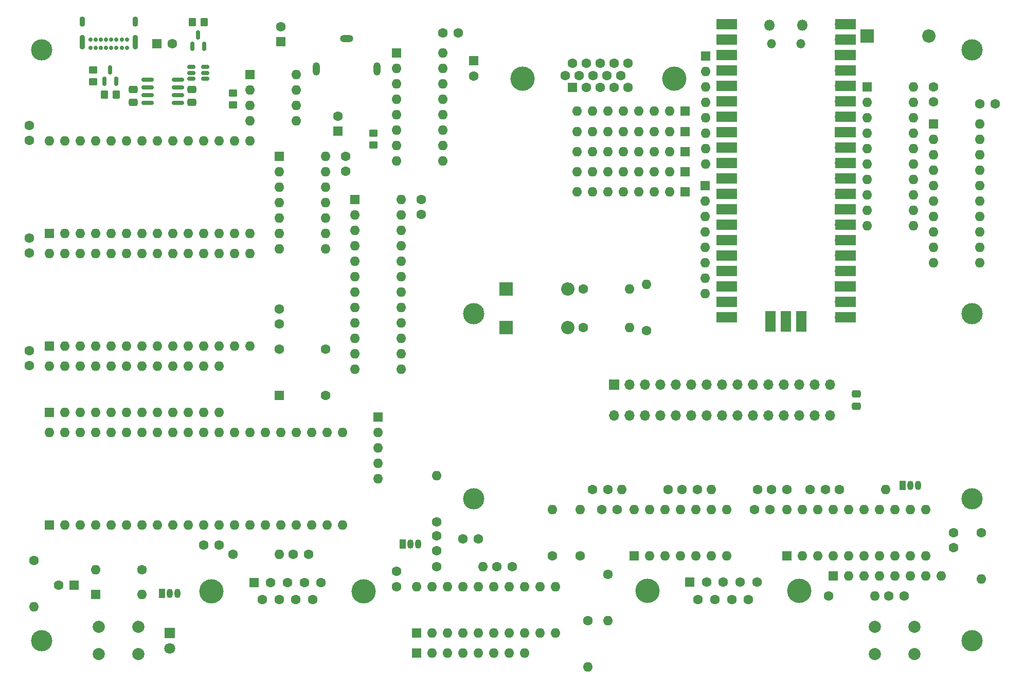
<source format=gbr>
%TF.GenerationSoftware,KiCad,Pcbnew,7.0.2-0*%
%TF.CreationDate,2024-12-21T14:01:23-08:00*%
%TF.ProjectId,CoPicoVision,436f5069-636f-4566-9973-696f6e2e6b69,0.2*%
%TF.SameCoordinates,Original*%
%TF.FileFunction,Soldermask,Top*%
%TF.FilePolarity,Negative*%
%FSLAX46Y46*%
G04 Gerber Fmt 4.6, Leading zero omitted, Abs format (unit mm)*
G04 Created by KiCad (PCBNEW 7.0.2-0) date 2024-12-21 14:01:23*
%MOMM*%
%LPD*%
G01*
G04 APERTURE LIST*
G04 Aperture macros list*
%AMRoundRect*
0 Rectangle with rounded corners*
0 $1 Rounding radius*
0 $2 $3 $4 $5 $6 $7 $8 $9 X,Y pos of 4 corners*
0 Add a 4 corners polygon primitive as box body*
4,1,4,$2,$3,$4,$5,$6,$7,$8,$9,$2,$3,0*
0 Add four circle primitives for the rounded corners*
1,1,$1+$1,$2,$3*
1,1,$1+$1,$4,$5*
1,1,$1+$1,$6,$7*
1,1,$1+$1,$8,$9*
0 Add four rect primitives between the rounded corners*
20,1,$1+$1,$2,$3,$4,$5,0*
20,1,$1+$1,$4,$5,$6,$7,0*
20,1,$1+$1,$6,$7,$8,$9,0*
20,1,$1+$1,$8,$9,$2,$3,0*%
G04 Aperture macros list end*
%ADD10RoundRect,0.250000X-0.450000X0.350000X-0.450000X-0.350000X0.450000X-0.350000X0.450000X0.350000X0*%
%ADD11R,2.200000X2.200000*%
%ADD12O,2.200000X2.200000*%
%ADD13C,1.600000*%
%ADD14O,1.800000X1.800000*%
%ADD15O,1.500000X1.500000*%
%ADD16O,1.700000X1.700000*%
%ADD17R,3.500000X1.700000*%
%ADD18R,1.700000X1.700000*%
%ADD19R,1.700000X3.500000*%
%ADD20RoundRect,0.150000X-0.825000X-0.150000X0.825000X-0.150000X0.825000X0.150000X-0.825000X0.150000X0*%
%ADD21O,1.600000X1.600000*%
%ADD22R,1.050000X1.500000*%
%ADD23O,1.050000X1.500000*%
%ADD24R,1.600000X1.600000*%
%ADD25C,2.000000*%
%ADD26RoundRect,0.250000X0.475000X-0.337500X0.475000X0.337500X-0.475000X0.337500X-0.475000X-0.337500X0*%
%ADD27RoundRect,0.150000X0.150000X-0.587500X0.150000X0.587500X-0.150000X0.587500X-0.150000X-0.587500X0*%
%ADD28C,3.500000*%
%ADD29O,1.200000X2.200000*%
%ADD30O,2.200000X1.200000*%
%ADD31C,0.700000*%
%ADD32O,0.900000X2.400000*%
%ADD33O,0.900000X1.700000*%
%ADD34RoundRect,0.250000X0.350000X0.450000X-0.350000X0.450000X-0.350000X-0.450000X0.350000X-0.450000X0*%
%ADD35C,4.000000*%
%ADD36RoundRect,0.150000X-0.512500X-0.150000X0.512500X-0.150000X0.512500X0.150000X-0.512500X0.150000X0*%
%ADD37RoundRect,0.250000X0.450000X-0.350000X0.450000X0.350000X-0.450000X0.350000X-0.450000X-0.350000X0*%
%ADD38RoundRect,0.250000X-0.475000X0.337500X-0.475000X-0.337500X0.475000X-0.337500X0.475000X0.337500X0*%
%ADD39R,1.800000X1.800000*%
%ADD40C,1.800000*%
G04 APERTURE END LIST*
D10*
%TO.C,R501*%
X102108000Y-57928000D03*
X102108000Y-59928000D03*
%TD*%
D11*
%TO.C,D401*%
X123952000Y-83566000D03*
D12*
X134112000Y-83566000D03*
%TD*%
D13*
%TO.C,C413*%
X138196000Y-116586000D03*
X140696000Y-116586000D03*
%TD*%
D14*
%TO.C,U301*%
X167316000Y-40150000D03*
D15*
X167616000Y-43180000D03*
X172466000Y-43180000D03*
D14*
X172766000Y-40150000D03*
D16*
X161151000Y-40020000D03*
D17*
X160251000Y-40020000D03*
D16*
X161151000Y-42560000D03*
D17*
X160251000Y-42560000D03*
D18*
X161151000Y-45100000D03*
D17*
X160251000Y-45100000D03*
D16*
X161151000Y-47640000D03*
D17*
X160251000Y-47640000D03*
D16*
X161151000Y-50180000D03*
D17*
X160251000Y-50180000D03*
D16*
X161151000Y-52720000D03*
D17*
X160251000Y-52720000D03*
D16*
X161151000Y-55260000D03*
D17*
X160251000Y-55260000D03*
D18*
X161151000Y-57800000D03*
D17*
X160251000Y-57800000D03*
D16*
X161151000Y-60340000D03*
D17*
X160251000Y-60340000D03*
D16*
X161151000Y-62880000D03*
D17*
X160251000Y-62880000D03*
D16*
X161151000Y-65420000D03*
D17*
X160251000Y-65420000D03*
D16*
X161151000Y-67960000D03*
D17*
X160251000Y-67960000D03*
D18*
X161151000Y-70500000D03*
D17*
X160251000Y-70500000D03*
D16*
X161151000Y-73040000D03*
D17*
X160251000Y-73040000D03*
D16*
X161151000Y-75580000D03*
D17*
X160251000Y-75580000D03*
D16*
X161151000Y-78120000D03*
D17*
X160251000Y-78120000D03*
D16*
X161151000Y-80660000D03*
D17*
X160251000Y-80660000D03*
D18*
X161151000Y-83200000D03*
D17*
X160251000Y-83200000D03*
D16*
X161151000Y-85740000D03*
D17*
X160251000Y-85740000D03*
D16*
X161151000Y-88280000D03*
D17*
X160251000Y-88280000D03*
D16*
X178931000Y-88280000D03*
D17*
X179831000Y-88280000D03*
D16*
X178931000Y-85740000D03*
D17*
X179831000Y-85740000D03*
D18*
X178931000Y-83200000D03*
D17*
X179831000Y-83200000D03*
D16*
X178931000Y-80660000D03*
D17*
X179831000Y-80660000D03*
D16*
X178931000Y-78120000D03*
D17*
X179831000Y-78120000D03*
D16*
X178931000Y-75580000D03*
D17*
X179831000Y-75580000D03*
D16*
X178931000Y-73040000D03*
D17*
X179831000Y-73040000D03*
D18*
X178931000Y-70500000D03*
D17*
X179831000Y-70500000D03*
D16*
X178931000Y-67960000D03*
D17*
X179831000Y-67960000D03*
D16*
X178931000Y-65420000D03*
D17*
X179831000Y-65420000D03*
D16*
X178931000Y-62880000D03*
D17*
X179831000Y-62880000D03*
D16*
X178931000Y-60340000D03*
D17*
X179831000Y-60340000D03*
D18*
X178931000Y-57800000D03*
D17*
X179831000Y-57800000D03*
D16*
X178931000Y-55260000D03*
D17*
X179831000Y-55260000D03*
D16*
X178931000Y-52720000D03*
D17*
X179831000Y-52720000D03*
D16*
X178931000Y-50180000D03*
D17*
X179831000Y-50180000D03*
D16*
X178931000Y-47640000D03*
D17*
X179831000Y-47640000D03*
D18*
X178931000Y-45100000D03*
D17*
X179831000Y-45100000D03*
D16*
X178931000Y-42560000D03*
D17*
X179831000Y-42560000D03*
D16*
X178931000Y-40020000D03*
D17*
X179831000Y-40020000D03*
D16*
X167501000Y-88050000D03*
D19*
X167501000Y-88950000D03*
D18*
X170041000Y-88050000D03*
D19*
X170041000Y-88950000D03*
D16*
X172581000Y-88050000D03*
D19*
X172581000Y-88950000D03*
%TD*%
D20*
%TO.C,U104*%
X64967500Y-49149000D03*
X64967500Y-50419000D03*
X64967500Y-51689000D03*
X64967500Y-52959000D03*
X69917500Y-52959000D03*
X69917500Y-51689000D03*
X69917500Y-50419000D03*
X69917500Y-49149000D03*
%TD*%
D13*
%TO.C,R104*%
X64008000Y-129794000D03*
D21*
X56388000Y-129794000D03*
%TD*%
D13*
%TO.C,C202*%
X45466000Y-96246000D03*
X45466000Y-93746000D03*
%TD*%
D22*
%TO.C,Q402*%
X189230000Y-115930000D03*
D23*
X190500000Y-115930000D03*
X191770000Y-115930000D03*
%TD*%
D24*
%TO.C,U302*%
X183388000Y-50297000D03*
D21*
X183388000Y-52837000D03*
X183388000Y-55377000D03*
X183388000Y-57917000D03*
X183388000Y-60457000D03*
X183388000Y-62997000D03*
X183388000Y-65537000D03*
X183388000Y-68077000D03*
X183388000Y-70617000D03*
X183388000Y-73157000D03*
X191008000Y-73157000D03*
X191008000Y-70617000D03*
X191008000Y-68077000D03*
X191008000Y-65537000D03*
X191008000Y-62997000D03*
X191008000Y-60457000D03*
X191008000Y-57917000D03*
X191008000Y-55377000D03*
X191008000Y-52837000D03*
X191008000Y-50297000D03*
%TD*%
D25*
%TO.C,SW102*%
X56948000Y-139228000D03*
X63448000Y-139228000D03*
X56948000Y-143728000D03*
X63448000Y-143728000D03*
%TD*%
D26*
%TO.C,C107*%
X72268500Y-52853500D03*
X72268500Y-50778500D03*
%TD*%
D13*
%TO.C,C302*%
X201950000Y-53086000D03*
X204450000Y-53086000D03*
%TD*%
D24*
%TO.C,U103*%
X86614000Y-61717000D03*
D21*
X86614000Y-64257000D03*
X86614000Y-66797000D03*
X86614000Y-69337000D03*
X86614000Y-71877000D03*
X86614000Y-74417000D03*
X86614000Y-76957000D03*
X94234000Y-76957000D03*
X94234000Y-74417000D03*
X94234000Y-71877000D03*
X94234000Y-69337000D03*
X94234000Y-66797000D03*
X94234000Y-64257000D03*
X94234000Y-61717000D03*
%TD*%
D24*
%TO.C,D101*%
X56388000Y-133858000D03*
D21*
X64008000Y-133858000D03*
%TD*%
D27*
%TO.C,Q101*%
X72334500Y-43609500D03*
X74234500Y-43609500D03*
X73284500Y-41734500D03*
%TD*%
D24*
%TO.C,RN101*%
X102870000Y-104648000D03*
D21*
X102870000Y-107188000D03*
X102870000Y-109728000D03*
X102870000Y-112268000D03*
X102870000Y-114808000D03*
%TD*%
D13*
%TO.C,R411*%
X178816000Y-116586000D03*
D21*
X186436000Y-116586000D03*
%TD*%
D24*
%TO.C,C503*%
X96266000Y-57618000D03*
D13*
X96266000Y-55118000D03*
%TD*%
D24*
%TO.C,U401*%
X109220000Y-140208000D03*
D21*
X111760000Y-140208000D03*
X114300000Y-140208000D03*
X116840000Y-140208000D03*
X119380000Y-140208000D03*
X121920000Y-140208000D03*
X124460000Y-140208000D03*
X127000000Y-140208000D03*
X129540000Y-140208000D03*
X132080000Y-140208000D03*
X132080000Y-132588000D03*
X129540000Y-132588000D03*
X127000000Y-132588000D03*
X124460000Y-132588000D03*
X121920000Y-132588000D03*
X119380000Y-132588000D03*
X116840000Y-132588000D03*
X114300000Y-132588000D03*
X111760000Y-132588000D03*
X109220000Y-132588000D03*
%TD*%
D24*
%TO.C,RN306*%
X153416000Y-60960000D03*
D21*
X150876000Y-60960000D03*
X148336000Y-60960000D03*
X145796000Y-60960000D03*
X143256000Y-60960000D03*
X140716000Y-60960000D03*
X138176000Y-60960000D03*
X135636000Y-60960000D03*
%TD*%
D13*
%TO.C,R406*%
X165354000Y-116586000D03*
D21*
X157734000Y-116586000D03*
%TD*%
D13*
%TO.C,C201*%
X109982000Y-68854000D03*
X109982000Y-71354000D03*
%TD*%
D24*
%TO.C,U403*%
X145034000Y-127498000D03*
D21*
X147574000Y-127498000D03*
X150114000Y-127498000D03*
X152654000Y-127498000D03*
X155194000Y-127498000D03*
X157734000Y-127498000D03*
X160274000Y-127498000D03*
X160274000Y-119878000D03*
X157734000Y-119878000D03*
X155194000Y-119878000D03*
X152654000Y-119878000D03*
X150114000Y-119878000D03*
X147574000Y-119878000D03*
X145034000Y-119878000D03*
%TD*%
D28*
%TO.C,H108*%
X200660000Y-118110000D03*
%TD*%
D24*
%TO.C,RN401*%
X109220000Y-143510000D03*
D21*
X111760000Y-143510000D03*
X114300000Y-143510000D03*
X116840000Y-143510000D03*
X119380000Y-143510000D03*
X121920000Y-143510000D03*
X124460000Y-143510000D03*
X127000000Y-143510000D03*
%TD*%
D13*
%TO.C,C412*%
X122448000Y-129286000D03*
X124948000Y-129286000D03*
%TD*%
D24*
%TO.C,RN301*%
X153416000Y-57658000D03*
D21*
X150876000Y-57658000D03*
X148336000Y-57658000D03*
X145796000Y-57658000D03*
X143256000Y-57658000D03*
X140716000Y-57658000D03*
X138176000Y-57658000D03*
X135636000Y-57658000D03*
%TD*%
D18*
%TO.C,J102*%
X141732000Y-99330000D03*
D16*
X141732000Y-104410000D03*
X144272000Y-99330000D03*
X144272000Y-104410000D03*
X146812000Y-99330000D03*
X146812000Y-104410000D03*
X149352000Y-99330000D03*
X149352000Y-104410000D03*
X151892000Y-99330000D03*
X151892000Y-104410000D03*
X154432000Y-99330000D03*
X154432000Y-104410000D03*
X156972000Y-99330000D03*
X156972000Y-104410000D03*
X159512000Y-99330000D03*
X159512000Y-104410000D03*
X162052000Y-99330000D03*
X162052000Y-104410000D03*
X164592000Y-99330000D03*
X164592000Y-104410000D03*
X167132000Y-99330000D03*
X167132000Y-104410000D03*
X169672000Y-99330000D03*
X169672000Y-104410000D03*
X172212000Y-99330000D03*
X172212000Y-104410000D03*
X174752000Y-99330000D03*
X174752000Y-104410000D03*
X177292000Y-99330000D03*
X177292000Y-104410000D03*
%TD*%
D13*
%TO.C,C403*%
X142220000Y-119888000D03*
X139720000Y-119888000D03*
%TD*%
%TO.C,C203*%
X45466000Y-77704000D03*
X45466000Y-75204000D03*
%TD*%
%TO.C,R401*%
X140716000Y-130556000D03*
D21*
X140716000Y-138176000D03*
%TD*%
D29*
%TO.C,J501*%
X102710000Y-47352600D03*
D30*
X97710000Y-42352600D03*
D29*
X92710000Y-47352600D03*
%TD*%
D28*
%TO.C,H104*%
X200660000Y-141478000D03*
%TD*%
D13*
%TO.C,C301*%
X194310000Y-50312000D03*
X194310000Y-52812000D03*
%TD*%
D31*
%TO.C,J101*%
X61527500Y-43903000D03*
X60677500Y-43903000D03*
X59827500Y-43903000D03*
X58977500Y-43903000D03*
X58127500Y-43903000D03*
X57277500Y-43903000D03*
X56427500Y-43903000D03*
X55577500Y-43903000D03*
X55577500Y-42553000D03*
X56427500Y-42553000D03*
X57277500Y-42553000D03*
X58127500Y-42553000D03*
X58977500Y-42553000D03*
X59827500Y-42553000D03*
X60677500Y-42553000D03*
X61527500Y-42553000D03*
D32*
X62877500Y-42923000D03*
D33*
X62877500Y-39543000D03*
D32*
X54227500Y-42923000D03*
D33*
X54227500Y-39543000D03*
%TD*%
D13*
%TO.C,R409*%
X112522000Y-121920000D03*
D21*
X112522000Y-114300000D03*
%TD*%
D13*
%TO.C,R403*%
X136144000Y-127508000D03*
D21*
X136144000Y-119888000D03*
%TD*%
D34*
%TO.C,R103*%
X74284500Y-39624000D03*
X72284500Y-39624000D03*
%TD*%
D13*
%TO.C,C204*%
X45466000Y-59162000D03*
X45466000Y-56662000D03*
%TD*%
%TO.C,R105*%
X46228000Y-128270000D03*
D21*
X46228000Y-135890000D03*
%TD*%
D24*
%TO.C,RN402*%
X177800000Y-130810000D03*
D21*
X180340000Y-130810000D03*
X182880000Y-130810000D03*
X185420000Y-130810000D03*
X187960000Y-130810000D03*
X190500000Y-130810000D03*
X193040000Y-130810000D03*
X195580000Y-130810000D03*
%TD*%
D24*
%TO.C,U501*%
X105918000Y-44704000D03*
D21*
X105918000Y-47244000D03*
X105918000Y-49784000D03*
X105918000Y-52324000D03*
X105918000Y-54864000D03*
X105918000Y-57404000D03*
X105918000Y-59944000D03*
X105918000Y-62484000D03*
X113538000Y-62484000D03*
X113538000Y-59944000D03*
X113538000Y-57404000D03*
X113538000Y-54864000D03*
X113538000Y-52324000D03*
X113538000Y-49784000D03*
X113538000Y-47244000D03*
X113538000Y-44704000D03*
%TD*%
D35*
%TO.C,J301*%
X151663600Y-48999000D03*
X126663600Y-48999000D03*
D24*
X134848600Y-50419000D03*
D13*
X137138600Y-50419000D03*
X139428600Y-50419000D03*
X141718600Y-50419000D03*
X144008600Y-50419000D03*
X133703600Y-48439000D03*
X135993600Y-48439000D03*
X138283600Y-48439000D03*
X140573600Y-48439000D03*
X142863600Y-48439000D03*
X134848600Y-46459000D03*
X137138600Y-46459000D03*
X139428600Y-46459000D03*
X141718600Y-46459000D03*
X144008600Y-46459000D03*
%TD*%
D22*
%TO.C,U102*%
X67310000Y-133710000D03*
D23*
X68580000Y-133710000D03*
X69850000Y-133710000D03*
%TD*%
D11*
%TO.C,D301*%
X183388000Y-41910000D03*
D12*
X193548000Y-41910000D03*
%TD*%
D13*
%TO.C,R414*%
X136652000Y-83566000D03*
D21*
X144272000Y-83566000D03*
%TD*%
D13*
%TO.C,R415*%
X136652000Y-89916000D03*
D21*
X144272000Y-89916000D03*
%TD*%
D24*
%TO.C,C504*%
X86868000Y-42886000D03*
D13*
X86868000Y-40386000D03*
%TD*%
D24*
%TO.C,U204*%
X48768000Y-74422000D03*
D21*
X51308000Y-74422000D03*
X53848000Y-74422000D03*
X56388000Y-74422000D03*
X58928000Y-74422000D03*
X61468000Y-74422000D03*
X64008000Y-74422000D03*
X66548000Y-74422000D03*
X69088000Y-74422000D03*
X71628000Y-74422000D03*
X74168000Y-74422000D03*
X76708000Y-74422000D03*
X79248000Y-74422000D03*
X81788000Y-74422000D03*
X81788000Y-59182000D03*
X79248000Y-59182000D03*
X76708000Y-59182000D03*
X74168000Y-59182000D03*
X71628000Y-59182000D03*
X69088000Y-59182000D03*
X66548000Y-59182000D03*
X64008000Y-59182000D03*
X61468000Y-59182000D03*
X58928000Y-59182000D03*
X56388000Y-59182000D03*
X53848000Y-59182000D03*
X51308000Y-59182000D03*
X48768000Y-59182000D03*
%TD*%
D27*
%TO.C,D102*%
X57856500Y-49373000D03*
X59756500Y-49373000D03*
X58806500Y-47498000D03*
%TD*%
D24*
%TO.C,U202*%
X48768000Y-103886000D03*
D21*
X51308000Y-103886000D03*
X53848000Y-103886000D03*
X56388000Y-103886000D03*
X58928000Y-103886000D03*
X61468000Y-103886000D03*
X64008000Y-103886000D03*
X66548000Y-103886000D03*
X69088000Y-103886000D03*
X71628000Y-103886000D03*
X74168000Y-103886000D03*
X76708000Y-103886000D03*
X76708000Y-96266000D03*
X74168000Y-96266000D03*
X71628000Y-96266000D03*
X69088000Y-96266000D03*
X66548000Y-96266000D03*
X64008000Y-96266000D03*
X61468000Y-96266000D03*
X58928000Y-96266000D03*
X56388000Y-96266000D03*
X53848000Y-96266000D03*
X51308000Y-96266000D03*
X48768000Y-96266000D03*
%TD*%
D22*
%TO.C,Q401*%
X106934000Y-125582000D03*
D23*
X108204000Y-125582000D03*
X109474000Y-125582000D03*
%TD*%
D28*
%TO.C,H103*%
X200660000Y-44196000D03*
%TD*%
D13*
%TO.C,C401*%
X105918000Y-132588000D03*
X105918000Y-130088000D03*
%TD*%
D24*
%TO.C,U101*%
X48768000Y-122428000D03*
D21*
X51308000Y-122428000D03*
X53848000Y-122428000D03*
X56388000Y-122428000D03*
X58928000Y-122428000D03*
X61468000Y-122428000D03*
X64008000Y-122428000D03*
X66548000Y-122428000D03*
X69088000Y-122428000D03*
X71628000Y-122428000D03*
X74168000Y-122428000D03*
X76708000Y-122428000D03*
X79248000Y-122428000D03*
X81788000Y-122428000D03*
X84328000Y-122428000D03*
X86868000Y-122428000D03*
X89408000Y-122428000D03*
X91948000Y-122428000D03*
X94488000Y-122428000D03*
X97028000Y-122428000D03*
X97028000Y-107188000D03*
X94488000Y-107188000D03*
X91948000Y-107188000D03*
X89408000Y-107188000D03*
X86868000Y-107188000D03*
X84328000Y-107188000D03*
X81788000Y-107188000D03*
X79248000Y-107188000D03*
X76708000Y-107188000D03*
X74168000Y-107188000D03*
X71628000Y-107188000D03*
X69088000Y-107188000D03*
X66548000Y-107188000D03*
X64008000Y-107188000D03*
X61468000Y-107188000D03*
X58928000Y-107188000D03*
X56388000Y-107188000D03*
X53848000Y-107188000D03*
X51308000Y-107188000D03*
X48768000Y-107188000D03*
%TD*%
D34*
%TO.C,R102*%
X59806500Y-51562000D03*
X57806500Y-51562000D03*
%TD*%
D24*
%TO.C,C502*%
X118618000Y-46014000D03*
D13*
X118618000Y-48514000D03*
%TD*%
D11*
%TO.C,D402*%
X123952000Y-89916000D03*
D12*
X134112000Y-89916000D03*
%TD*%
D28*
%TO.C,H101*%
X47498000Y-44196000D03*
%TD*%
D13*
%TO.C,R405*%
X150622000Y-116586000D03*
D21*
X143002000Y-116586000D03*
%TD*%
D13*
%TO.C,C404*%
X152928000Y-116586000D03*
X155428000Y-116586000D03*
%TD*%
D24*
%TO.C,U201*%
X99060000Y-68834000D03*
D21*
X99060000Y-71374000D03*
X99060000Y-73914000D03*
X99060000Y-76454000D03*
X99060000Y-78994000D03*
X99060000Y-81534000D03*
X99060000Y-84074000D03*
X99060000Y-86614000D03*
X99060000Y-89154000D03*
X99060000Y-91694000D03*
X99060000Y-94234000D03*
X99060000Y-96774000D03*
X106680000Y-96774000D03*
X106680000Y-94234000D03*
X106680000Y-91694000D03*
X106680000Y-89154000D03*
X106680000Y-86614000D03*
X106680000Y-84074000D03*
X106680000Y-81534000D03*
X106680000Y-78994000D03*
X106680000Y-76454000D03*
X106680000Y-73914000D03*
X106680000Y-71374000D03*
X106680000Y-68834000D03*
%TD*%
D35*
%TO.C,J401*%
X75475000Y-133350000D03*
X100475000Y-133350000D03*
D24*
X82435000Y-131930000D03*
D13*
X85205000Y-131930000D03*
X87975000Y-131930000D03*
X90745000Y-131930000D03*
X93515000Y-131930000D03*
X83820000Y-134770000D03*
X86590000Y-134770000D03*
X89360000Y-134770000D03*
X92130000Y-134770000D03*
%TD*%
%TO.C,C408*%
X119360000Y-124714000D03*
X116860000Y-124714000D03*
%TD*%
D26*
%TO.C,C108*%
X181610000Y-102907500D03*
X181610000Y-100832500D03*
%TD*%
D36*
%TO.C,U105*%
X72147000Y-47056000D03*
X72147000Y-48006000D03*
X72147000Y-48956000D03*
X74422000Y-48956000D03*
X74422000Y-48006000D03*
X74422000Y-47056000D03*
%TD*%
D24*
%TO.C,U402*%
X170180000Y-127508000D03*
D21*
X172720000Y-127508000D03*
X175260000Y-127508000D03*
X177800000Y-127508000D03*
X180340000Y-127508000D03*
X182880000Y-127508000D03*
X185420000Y-127508000D03*
X187960000Y-127508000D03*
X190500000Y-127508000D03*
X193040000Y-127508000D03*
X193040000Y-119888000D03*
X190500000Y-119888000D03*
X187960000Y-119888000D03*
X185420000Y-119888000D03*
X182880000Y-119888000D03*
X180340000Y-119888000D03*
X177800000Y-119888000D03*
X175260000Y-119888000D03*
X172720000Y-119888000D03*
X170180000Y-119888000D03*
%TD*%
D13*
%TO.C,R402*%
X137414000Y-138176000D03*
D21*
X137414000Y-145796000D03*
%TD*%
D13*
%TO.C,C407*%
X112522000Y-126726000D03*
X112522000Y-124226000D03*
%TD*%
%TO.C,C406*%
X88920000Y-127254000D03*
X91420000Y-127254000D03*
%TD*%
%TO.C,C501*%
X113558000Y-41402000D03*
X116058000Y-41402000D03*
%TD*%
D25*
%TO.C,SW101*%
X184710000Y-139228000D03*
X191210000Y-139228000D03*
X184710000Y-143728000D03*
X191210000Y-143728000D03*
%TD*%
D13*
%TO.C,R407*%
X78994000Y-127254000D03*
D21*
X86614000Y-127254000D03*
%TD*%
D13*
%TO.C,C411*%
X174010000Y-116586000D03*
X176510000Y-116586000D03*
%TD*%
D24*
%TO.C,RN305*%
X153416000Y-54330600D03*
D21*
X150876000Y-54330600D03*
X148336000Y-54330600D03*
X145796000Y-54330600D03*
X143256000Y-54330600D03*
X140716000Y-54330600D03*
X138176000Y-54330600D03*
X135636000Y-54330600D03*
%TD*%
D13*
%TO.C,C405*%
X170160000Y-116586000D03*
X167660000Y-116586000D03*
%TD*%
D24*
%TO.C,RN307*%
X153416000Y-67564000D03*
D21*
X150876000Y-67564000D03*
X148336000Y-67564000D03*
X145796000Y-67564000D03*
X143256000Y-67564000D03*
X140716000Y-67564000D03*
X138176000Y-67564000D03*
X135636000Y-67564000D03*
%TD*%
D24*
%TO.C,RN302*%
X156794200Y-45212000D03*
D21*
X156794200Y-47752000D03*
X156794200Y-50292000D03*
X156794200Y-52832000D03*
X156794200Y-55372000D03*
X156794200Y-57912000D03*
X156794200Y-60452000D03*
X156794200Y-62992000D03*
%TD*%
D13*
%TO.C,C410*%
X197612000Y-126218000D03*
X197612000Y-123718000D03*
%TD*%
D28*
%TO.C,H102*%
X47498000Y-141478000D03*
%TD*%
D24*
%TO.C,U502*%
X81788000Y-48260000D03*
D21*
X81788000Y-50800000D03*
X81788000Y-53340000D03*
X81788000Y-55880000D03*
X89408000Y-55880000D03*
X89408000Y-53340000D03*
X89408000Y-50800000D03*
X89408000Y-48260000D03*
%TD*%
D24*
%TO.C,C105*%
X66514121Y-43180000D03*
D13*
X69014121Y-43180000D03*
%TD*%
D37*
%TO.C,R101*%
X56012500Y-49514000D03*
X56012500Y-47514000D03*
%TD*%
D28*
%TO.C,H106*%
X118618000Y-118110000D03*
%TD*%
%TO.C,H107*%
X200660000Y-87630000D03*
%TD*%
D13*
%TO.C,R408*%
X112522000Y-129286000D03*
D21*
X120142000Y-129286000D03*
%TD*%
D35*
%TO.C,J402*%
X147212000Y-133281669D03*
X172212000Y-133281669D03*
D24*
X154172000Y-131861669D03*
D13*
X156942000Y-131861669D03*
X159712000Y-131861669D03*
X162482000Y-131861669D03*
X165252000Y-131861669D03*
X155557000Y-134701669D03*
X158327000Y-134701669D03*
X161097000Y-134701669D03*
X163867000Y-134701669D03*
%TD*%
%TO.C,C402*%
X167366000Y-119888000D03*
X164866000Y-119888000D03*
%TD*%
D24*
%TO.C,U203*%
X48768000Y-92964000D03*
D21*
X51308000Y-92964000D03*
X53848000Y-92964000D03*
X56388000Y-92964000D03*
X58928000Y-92964000D03*
X61468000Y-92964000D03*
X64008000Y-92964000D03*
X66548000Y-92964000D03*
X69088000Y-92964000D03*
X71628000Y-92964000D03*
X74168000Y-92964000D03*
X76708000Y-92964000D03*
X79248000Y-92964000D03*
X81788000Y-92964000D03*
X81788000Y-77724000D03*
X79248000Y-77724000D03*
X76708000Y-77724000D03*
X74168000Y-77724000D03*
X71628000Y-77724000D03*
X69088000Y-77724000D03*
X66548000Y-77724000D03*
X64008000Y-77724000D03*
X61468000Y-77724000D03*
X58928000Y-77724000D03*
X56388000Y-77724000D03*
X53848000Y-77724000D03*
X51308000Y-77724000D03*
X48768000Y-77724000D03*
%TD*%
D13*
%TO.C,R404*%
X131572000Y-127508000D03*
D21*
X131572000Y-119888000D03*
%TD*%
D13*
%TO.C,R410*%
X177038000Y-134112000D03*
D21*
X184658000Y-134112000D03*
%TD*%
D38*
%TO.C,C106*%
X62616500Y-50778500D03*
X62616500Y-52853500D03*
%TD*%
D13*
%TO.C,R413*%
X147066000Y-90424000D03*
D21*
X147066000Y-82804000D03*
%TD*%
D24*
%TO.C,RN304*%
X153416000Y-64262000D03*
D21*
X150876000Y-64262000D03*
X148336000Y-64262000D03*
X145796000Y-64262000D03*
X143256000Y-64262000D03*
X140716000Y-64262000D03*
X138176000Y-64262000D03*
X135636000Y-64262000D03*
%TD*%
D39*
%TO.C,D103*%
X68580000Y-140203000D03*
D40*
X68580000Y-142743000D03*
%TD*%
D24*
%TO.C,RN303*%
X156768800Y-66548000D03*
D21*
X156768800Y-69088000D03*
X156768800Y-71628000D03*
X156768800Y-74168000D03*
X156768800Y-76708000D03*
X156768800Y-79248000D03*
X156768800Y-81788000D03*
X156768800Y-84328000D03*
%TD*%
D24*
%TO.C,C102*%
X52832000Y-132334000D03*
D13*
X50332000Y-132334000D03*
%TD*%
%TO.C,R412*%
X202184000Y-123698000D03*
D21*
X202184000Y-131318000D03*
%TD*%
D13*
%TO.C,C103*%
X86614000Y-89388000D03*
X86614000Y-86888000D03*
%TD*%
%TO.C,C101*%
X74188000Y-125730000D03*
X76688000Y-125730000D03*
%TD*%
%TO.C,C104*%
X97536000Y-61737000D03*
X97536000Y-64237000D03*
%TD*%
D28*
%TO.C,H105*%
X118618000Y-87630000D03*
%TD*%
D37*
%TO.C,R502*%
X78994000Y-53324000D03*
X78994000Y-51324000D03*
%TD*%
D24*
%TO.C,U303*%
X194310000Y-56388000D03*
D21*
X194310000Y-58928000D03*
X194310000Y-61468000D03*
X194310000Y-64008000D03*
X194310000Y-66548000D03*
X194310000Y-69088000D03*
X194310000Y-71628000D03*
X194310000Y-74168000D03*
X194310000Y-76708000D03*
X194310000Y-79248000D03*
X201930000Y-79248000D03*
X201930000Y-76708000D03*
X201930000Y-74168000D03*
X201930000Y-71628000D03*
X201930000Y-69088000D03*
X201930000Y-66548000D03*
X201930000Y-64008000D03*
X201930000Y-61468000D03*
X201930000Y-58928000D03*
X201930000Y-56388000D03*
%TD*%
D24*
%TO.C,X101*%
X86614000Y-101092000D03*
D13*
X94234000Y-101092000D03*
X94234000Y-93472000D03*
X86614000Y-93472000D03*
%TD*%
%TO.C,C409*%
X186964000Y-134112000D03*
X189464000Y-134112000D03*
%TD*%
M02*

</source>
